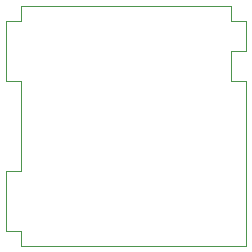
<source format=gbr>
%TF.GenerationSoftware,KiCad,Pcbnew,(5.1.9)-1*%
%TF.CreationDate,2021-06-07T16:13:34+02:00*%
%TF.ProjectId,16_STEP_DOWN,31365f53-5445-4505-9f44-4f574e2e6b69,rev?*%
%TF.SameCoordinates,Original*%
%TF.FileFunction,Profile,NP*%
%FSLAX46Y46*%
G04 Gerber Fmt 4.6, Leading zero omitted, Abs format (unit mm)*
G04 Created by KiCad (PCBNEW (5.1.9)-1) date 2021-06-07 16:13:34*
%MOMM*%
%LPD*%
G01*
G04 APERTURE LIST*
%TA.AperFunction,Profile*%
%ADD10C,0.050000*%
%TD*%
G04 APERTURE END LIST*
D10*
X119380000Y-67310000D02*
X120650000Y-67310000D01*
X119380000Y-64770000D02*
X119380000Y-67310000D01*
X120650000Y-64770000D02*
X119380000Y-64770000D01*
X120650000Y-62230000D02*
X120650000Y-64770000D01*
X119380000Y-62230000D02*
X120650000Y-62230000D01*
X119380000Y-60960000D02*
X119380000Y-62230000D01*
X113665000Y-60960000D02*
X119380000Y-60960000D01*
X114935000Y-81280000D02*
X120650000Y-81280000D01*
X101600000Y-62230000D02*
X101600000Y-60960000D01*
X100330000Y-62230000D02*
X101600000Y-62230000D01*
X100330000Y-64770000D02*
X100330000Y-62230000D01*
X101600000Y-67310000D02*
X100330000Y-67310000D01*
X101600000Y-74930000D02*
X101600000Y-67310000D01*
X100330000Y-74930000D02*
X101600000Y-74930000D01*
X120650000Y-67310000D02*
X120650000Y-81280000D01*
X101600000Y-60960000D02*
X113665000Y-60960000D01*
X101600000Y-80010000D02*
X101600000Y-81280000D01*
X100330000Y-80010000D02*
X101600000Y-80010000D01*
X100330000Y-64770000D02*
X100330000Y-67310000D01*
X114935000Y-81280000D02*
X101600000Y-81280000D01*
X100330000Y-80010000D02*
X100330000Y-74930000D01*
M02*

</source>
